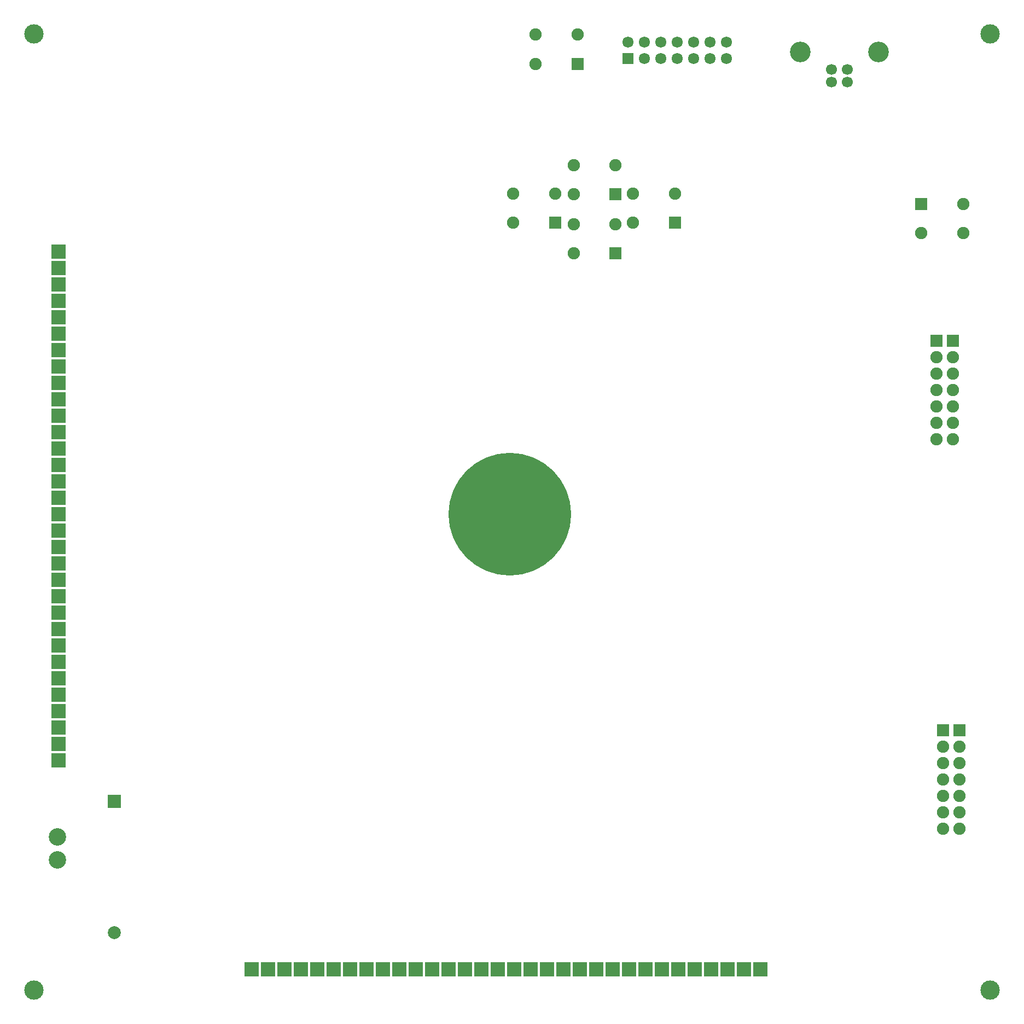
<source format=gbr>
G04 DipTrace 2.4.0.2*
%INBottomMask.gbr*%
%MOMM*%
%ADD28C,3.0*%
%ADD33R,2.0X2.0*%
%ADD47C,19.0*%
%ADD70C,2.7*%
%ADD73C,2.0*%
%ADD75R,2.2X2.2*%
%ADD76C,1.724*%
%ADD78R,1.724X1.724*%
%ADD82C,3.2*%
%ADD84C,1.7*%
%ADD86C,1.9*%
%ADD88R,1.9X1.9*%
%FSLAX53Y53*%
G04*
G71*
G90*
G75*
G01*
%LNBotMask*%
%LPD*%
D88*
X142413Y126695D3*
D86*
Y122195D3*
X148913D3*
Y126695D3*
D88*
X95091Y128270D3*
D86*
Y132770D3*
X88591D3*
Y128270D3*
D88*
X85725Y123825D3*
D86*
Y128325D3*
X79225D3*
Y123825D3*
D88*
X104299D3*
D86*
Y128325D3*
X97799D3*
Y123825D3*
D88*
X95091Y119062D3*
D86*
Y123562D3*
X88591D3*
Y119062D3*
D88*
X89217Y148431D3*
D86*
Y152931D3*
X82718D3*
Y148431D3*
D84*
X130969Y145574D3*
X128469D3*
X130969Y147574D3*
X128469D3*
D82*
X135745Y150225D3*
X123680D3*
D78*
X96996Y149225D3*
D76*
X99536D3*
X102076D3*
X104616D3*
X107156D3*
X109696D3*
X112236D3*
Y151765D3*
X109696D3*
X107156D3*
X104616D3*
X102076D3*
X99536D3*
X96996D3*
D75*
X38735Y8255D3*
X41275D3*
X43815D3*
X46355D3*
X48895D3*
X51435D3*
X53975D3*
X56515D3*
X59055D3*
X61595D3*
X64135D3*
X66675D3*
X69215D3*
X71755D3*
X74295D3*
X76835D3*
X79375D3*
X81915D3*
X84455D3*
X86995D3*
X89535D3*
X92075D3*
X94615D3*
X97155D3*
X99695D3*
X102235D3*
X104775D3*
X107315D3*
X109855D3*
X112395D3*
X114935D3*
X117475D3*
D88*
X145732Y45244D3*
D86*
Y42704D3*
Y40164D3*
Y37624D3*
Y35084D3*
Y32544D3*
Y30004D3*
D88*
X148273Y45244D3*
D86*
Y42704D3*
Y40164D3*
Y37624D3*
Y35084D3*
Y32544D3*
Y30004D3*
D73*
X17463Y13970D3*
D33*
Y34290D3*
D70*
X8731Y28734D3*
Y25234D3*
D75*
X8890Y119380D3*
Y116840D3*
Y114300D3*
Y111760D3*
Y109220D3*
Y106680D3*
Y104140D3*
Y101600D3*
Y99060D3*
Y96520D3*
Y93980D3*
Y91440D3*
Y88900D3*
Y86360D3*
Y83820D3*
Y81280D3*
Y78740D3*
Y76200D3*
Y73660D3*
Y71120D3*
Y68580D3*
Y66040D3*
Y63500D3*
Y60960D3*
Y58420D3*
Y55880D3*
Y53340D3*
Y50800D3*
Y48260D3*
Y45720D3*
Y43180D3*
Y40640D3*
D88*
X144780Y105569D3*
D86*
Y103029D3*
Y100489D3*
Y97949D3*
Y95409D3*
Y92869D3*
Y90329D3*
D88*
X147320Y105568D3*
D86*
Y103028D3*
Y100488D3*
Y97948D3*
Y95408D3*
Y92868D3*
Y90328D3*
D28*
X5080Y5080D3*
Y153035D3*
X153035D3*
Y5080D3*
D47*
X78740Y78740D3*
M02*

</source>
